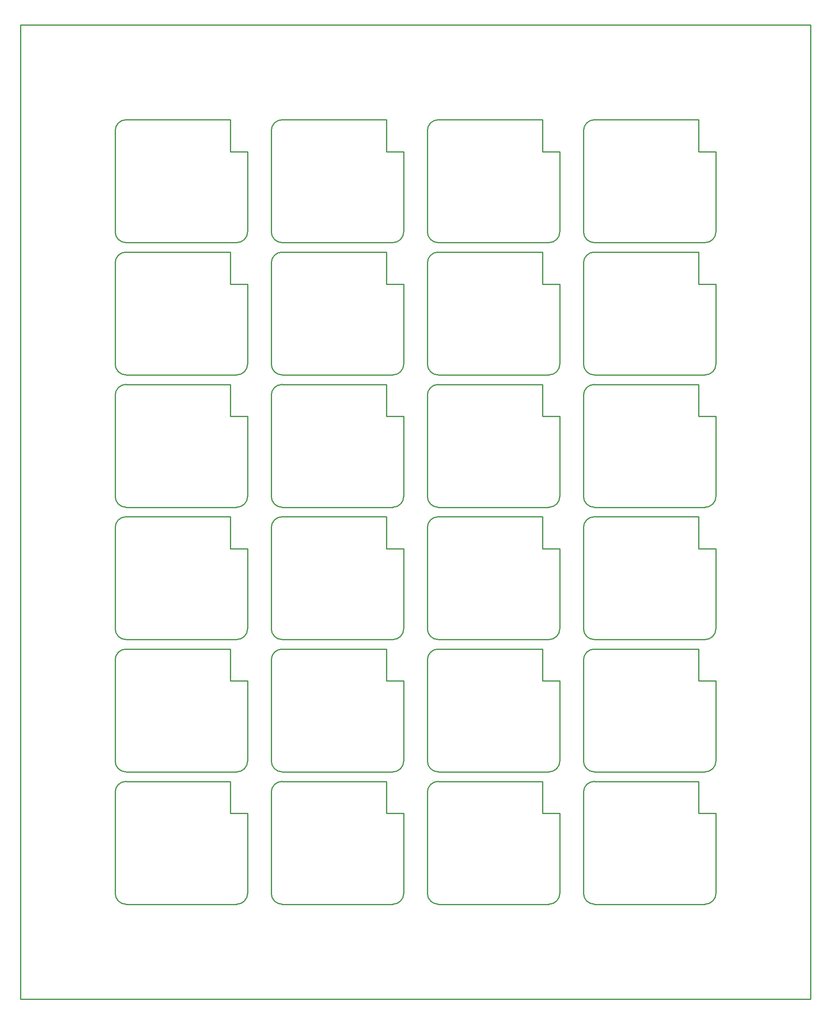
<source format=gko>
G04 Layer_Color=16711935*
%FSLAX24Y24*%
%MOIN*%
G70*
G01*
G75*
%ADD29C,0.0100*%
D29*
X0Y0D02*
X65654D01*
Y80885D01*
X0D02*
X65654D01*
X0Y0D02*
Y80885D01*
X7874Y8774D02*
G03*
X8774Y7874I900J0D01*
G01*
Y18074D02*
G03*
X7874Y17174I0J-900D01*
G01*
X17974Y7874D02*
G03*
X18874Y8774I0J900D01*
G01*
Y15424D01*
X7874Y8774D02*
Y17174D01*
X8774Y7874D02*
X17974D01*
X17424Y15424D02*
X18874D01*
X17424D02*
Y18074D01*
X8774D02*
X17424D01*
X20843Y8774D02*
G03*
X21743Y7874I900J0D01*
G01*
Y18074D02*
G03*
X20843Y17174I0J-900D01*
G01*
X30943Y7874D02*
G03*
X31843Y8774I0J900D01*
G01*
Y15424D01*
X20843Y8774D02*
Y17174D01*
X21743Y7874D02*
X30943D01*
X30393Y15424D02*
X31843D01*
X30393D02*
Y18074D01*
X21743D02*
X30393D01*
X33811Y8774D02*
G03*
X34711Y7874I900J0D01*
G01*
Y18074D02*
G03*
X33811Y17174I0J-900D01*
G01*
X43911Y7874D02*
G03*
X44811Y8774I0J900D01*
G01*
Y15424D01*
X33811Y8774D02*
Y17174D01*
X34711Y7874D02*
X43911D01*
X43361Y15424D02*
X44811D01*
X43361D02*
Y18074D01*
X34711D02*
X43361D01*
X46780Y8774D02*
G03*
X47680Y7874I900J0D01*
G01*
Y18074D02*
G03*
X46780Y17174I0J-900D01*
G01*
X56880Y7874D02*
G03*
X57780Y8774I0J900D01*
G01*
Y15424D01*
X46780Y8774D02*
Y17174D01*
X47680Y7874D02*
X56880D01*
X56330Y15424D02*
X57780D01*
X56330D02*
Y18074D01*
X47680D02*
X56330D01*
X7874Y19761D02*
G03*
X8774Y18861I900J0D01*
G01*
Y29061D02*
G03*
X7874Y28161I0J-900D01*
G01*
X17974Y18861D02*
G03*
X18874Y19761I0J900D01*
G01*
Y26411D01*
X7874Y19761D02*
Y28161D01*
X8774Y18861D02*
X17974D01*
X17424Y26411D02*
X18874D01*
X17424D02*
Y29061D01*
X8774D02*
X17424D01*
X20843Y19761D02*
G03*
X21743Y18861I900J0D01*
G01*
Y29061D02*
G03*
X20843Y28161I0J-900D01*
G01*
X30943Y18861D02*
G03*
X31843Y19761I0J900D01*
G01*
Y26411D01*
X20843Y19761D02*
Y28161D01*
X21743Y18861D02*
X30943D01*
X30393Y26411D02*
X31843D01*
X30393D02*
Y29061D01*
X21743D02*
X30393D01*
X33811Y19761D02*
G03*
X34711Y18861I900J0D01*
G01*
Y29061D02*
G03*
X33811Y28161I0J-900D01*
G01*
X43911Y18861D02*
G03*
X44811Y19761I0J900D01*
G01*
Y26411D01*
X33811Y19761D02*
Y28161D01*
X34711Y18861D02*
X43911D01*
X43361Y26411D02*
X44811D01*
X43361D02*
Y29061D01*
X34711D02*
X43361D01*
X46780Y19761D02*
G03*
X47680Y18861I900J0D01*
G01*
Y29061D02*
G03*
X46780Y28161I0J-900D01*
G01*
X56880Y18861D02*
G03*
X57780Y19761I0J900D01*
G01*
Y26411D01*
X46780Y19761D02*
Y28161D01*
X47680Y18861D02*
X56880D01*
X56330Y26411D02*
X57780D01*
X56330D02*
Y29061D01*
X47680D02*
X56330D01*
X7874Y30749D02*
G03*
X8774Y29849I900J0D01*
G01*
Y40049D02*
G03*
X7874Y39149I0J-900D01*
G01*
X17974Y29849D02*
G03*
X18874Y30749I0J900D01*
G01*
Y37399D01*
X7874Y30749D02*
Y39149D01*
X8774Y29849D02*
X17974D01*
X17424Y37399D02*
X18874D01*
X17424D02*
Y40049D01*
X8774D02*
X17424D01*
X20843Y30749D02*
G03*
X21743Y29849I900J0D01*
G01*
Y40049D02*
G03*
X20843Y39149I0J-900D01*
G01*
X30943Y29849D02*
G03*
X31843Y30749I0J900D01*
G01*
Y37399D01*
X20843Y30749D02*
Y39149D01*
X21743Y29849D02*
X30943D01*
X30393Y37399D02*
X31843D01*
X30393D02*
Y40049D01*
X21743D02*
X30393D01*
X33811Y30749D02*
G03*
X34711Y29849I900J0D01*
G01*
Y40049D02*
G03*
X33811Y39149I0J-900D01*
G01*
X43911Y29849D02*
G03*
X44811Y30749I0J900D01*
G01*
Y37399D01*
X33811Y30749D02*
Y39149D01*
X34711Y29849D02*
X43911D01*
X43361Y37399D02*
X44811D01*
X43361D02*
Y40049D01*
X34711D02*
X43361D01*
X46780Y30749D02*
G03*
X47680Y29849I900J0D01*
G01*
Y40049D02*
G03*
X46780Y39149I0J-900D01*
G01*
X56880Y29849D02*
G03*
X57780Y30749I0J900D01*
G01*
Y37399D01*
X46780Y30749D02*
Y39149D01*
X47680Y29849D02*
X56880D01*
X56330Y37399D02*
X57780D01*
X56330D02*
Y40049D01*
X47680D02*
X56330D01*
X7874Y41736D02*
G03*
X8774Y40836I900J0D01*
G01*
Y51036D02*
G03*
X7874Y50136I0J-900D01*
G01*
X17974Y40836D02*
G03*
X18874Y41736I0J900D01*
G01*
Y48386D01*
X7874Y41736D02*
Y50136D01*
X8774Y40836D02*
X17974D01*
X17424Y48386D02*
X18874D01*
X17424D02*
Y51036D01*
X8774D02*
X17424D01*
X20843Y41736D02*
G03*
X21743Y40836I900J0D01*
G01*
Y51036D02*
G03*
X20843Y50136I0J-900D01*
G01*
X30943Y40836D02*
G03*
X31843Y41736I0J900D01*
G01*
Y48386D01*
X20843Y41736D02*
Y50136D01*
X21743Y40836D02*
X30943D01*
X30393Y48386D02*
X31843D01*
X30393D02*
Y51036D01*
X21743D02*
X30393D01*
X33811Y41736D02*
G03*
X34711Y40836I900J0D01*
G01*
Y51036D02*
G03*
X33811Y50136I0J-900D01*
G01*
X43911Y40836D02*
G03*
X44811Y41736I0J900D01*
G01*
Y48386D01*
X33811Y41736D02*
Y50136D01*
X34711Y40836D02*
X43911D01*
X43361Y48386D02*
X44811D01*
X43361D02*
Y51036D01*
X34711D02*
X43361D01*
X46780Y41736D02*
G03*
X47680Y40836I900J0D01*
G01*
Y51036D02*
G03*
X46780Y50136I0J-900D01*
G01*
X56880Y40836D02*
G03*
X57780Y41736I0J900D01*
G01*
Y48386D01*
X46780Y41736D02*
Y50136D01*
X47680Y40836D02*
X56880D01*
X56330Y48386D02*
X57780D01*
X56330D02*
Y51036D01*
X47680D02*
X56330D01*
X7874Y52724D02*
G03*
X8774Y51824I900J0D01*
G01*
Y62024D02*
G03*
X7874Y61124I0J-900D01*
G01*
X17974Y51824D02*
G03*
X18874Y52724I0J900D01*
G01*
Y59374D01*
X7874Y52724D02*
Y61124D01*
X8774Y51824D02*
X17974D01*
X17424Y59374D02*
X18874D01*
X17424D02*
Y62024D01*
X8774D02*
X17424D01*
X20843Y52724D02*
G03*
X21743Y51824I900J0D01*
G01*
Y62024D02*
G03*
X20843Y61124I0J-900D01*
G01*
X30943Y51824D02*
G03*
X31843Y52724I0J900D01*
G01*
Y59374D01*
X20843Y52724D02*
Y61124D01*
X21743Y51824D02*
X30943D01*
X30393Y59374D02*
X31843D01*
X30393D02*
Y62024D01*
X21743D02*
X30393D01*
X33811Y52724D02*
G03*
X34711Y51824I900J0D01*
G01*
Y62024D02*
G03*
X33811Y61124I0J-900D01*
G01*
X43911Y51824D02*
G03*
X44811Y52724I0J900D01*
G01*
Y59374D01*
X33811Y52724D02*
Y61124D01*
X34711Y51824D02*
X43911D01*
X43361Y59374D02*
X44811D01*
X43361D02*
Y62024D01*
X34711D02*
X43361D01*
X46780Y52724D02*
G03*
X47680Y51824I900J0D01*
G01*
Y62024D02*
G03*
X46780Y61124I0J-900D01*
G01*
X56880Y51824D02*
G03*
X57780Y52724I0J900D01*
G01*
Y59374D01*
X46780Y52724D02*
Y61124D01*
X47680Y51824D02*
X56880D01*
X56330Y59374D02*
X57780D01*
X56330D02*
Y62024D01*
X47680D02*
X56330D01*
X7874Y63711D02*
G03*
X8774Y62811I900J0D01*
G01*
Y73011D02*
G03*
X7874Y72111I0J-900D01*
G01*
X17974Y62811D02*
G03*
X18874Y63711I0J900D01*
G01*
Y70361D01*
X7874Y63711D02*
Y72111D01*
X8774Y62811D02*
X17974D01*
X17424Y70361D02*
X18874D01*
X17424D02*
Y73011D01*
X8774D02*
X17424D01*
X20843Y63711D02*
G03*
X21743Y62811I900J0D01*
G01*
Y73011D02*
G03*
X20843Y72111I0J-900D01*
G01*
X30943Y62811D02*
G03*
X31843Y63711I0J900D01*
G01*
Y70361D01*
X20843Y63711D02*
Y72111D01*
X21743Y62811D02*
X30943D01*
X30393Y70361D02*
X31843D01*
X30393D02*
Y73011D01*
X21743D02*
X30393D01*
X33811Y63711D02*
G03*
X34711Y62811I900J0D01*
G01*
Y73011D02*
G03*
X33811Y72111I0J-900D01*
G01*
X43911Y62811D02*
G03*
X44811Y63711I0J900D01*
G01*
Y70361D01*
X33811Y63711D02*
Y72111D01*
X34711Y62811D02*
X43911D01*
X43361Y70361D02*
X44811D01*
X43361D02*
Y73011D01*
X34711D02*
X43361D01*
X46780Y63711D02*
G03*
X47680Y62811I900J0D01*
G01*
Y73011D02*
G03*
X46780Y72111I0J-900D01*
G01*
X56880Y62811D02*
G03*
X57780Y63711I0J900D01*
G01*
Y70361D01*
X46780Y63711D02*
Y72111D01*
X47680Y62811D02*
X56880D01*
X56330Y70361D02*
X57780D01*
X56330D02*
Y73011D01*
X47680D02*
X56330D01*
M02*

</source>
